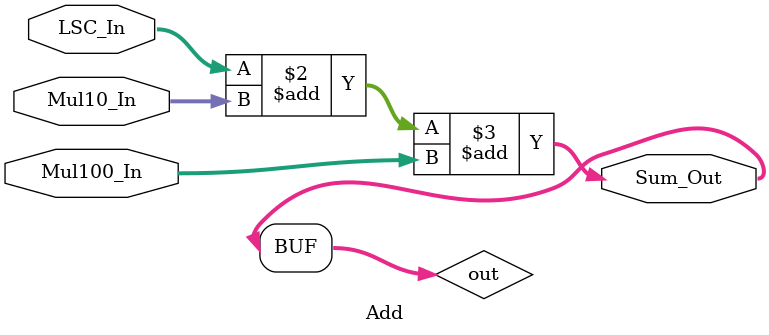
<source format=v>
`timescale 1ns / 1ps


module Add(
    input [3:0] LSC_In,
    input [5:0] Mul10_In,   
    input [9:0] Mul100_In, 
    output [9:0] Sum_Out
    );
    reg [9:0] out;
    
    always @(LSC_In, Mul10_In, Mul100_In)
        out = LSC_In + Mul10_In + Mul100_In;
    
    assign Sum_Out = out;
    
endmodule

</source>
